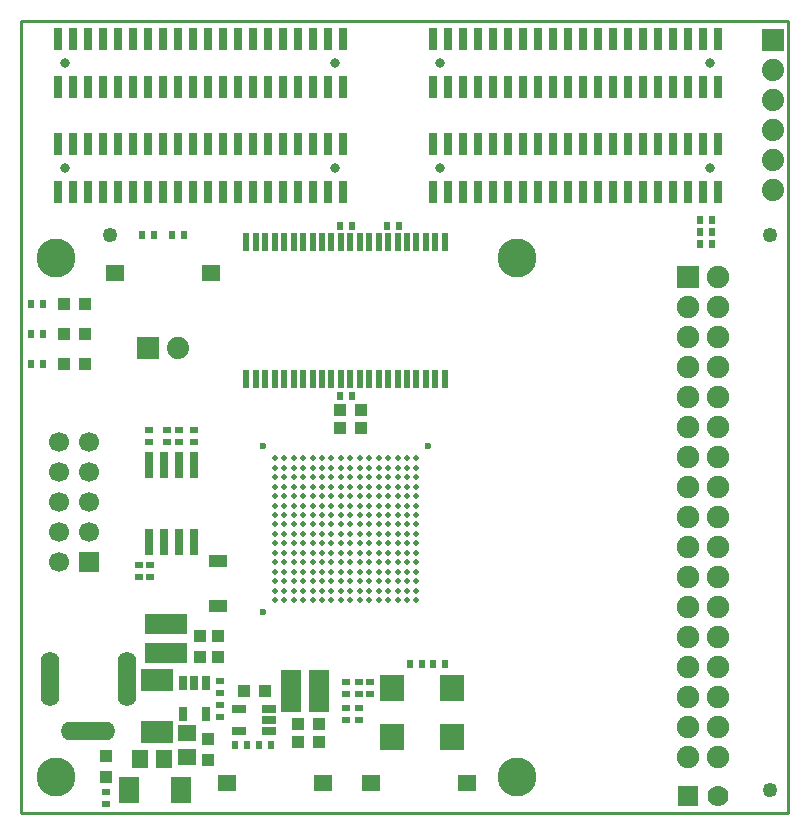
<source format=gbr>
G04 #@! TF.FileFunction,Soldermask,Top*
%FSLAX46Y46*%
G04 Gerber Fmt 4.6, Leading zero omitted, Abs format (unit mm)*
G04 Created by KiCad (PCBNEW 201610010949+7276~55~ubuntu14.04.1-) date Wed Oct  5 10:29:21 2016*
%MOMM*%
%LPD*%
G01*
G04 APERTURE LIST*
%ADD10C,0.100000*%
%ADD11C,0.254000*%
%ADD12R,1.778000X1.778000*%
%ADD13R,1.701600X3.601600*%
%ADD14R,3.601600X1.701600*%
%ADD15R,1.625600X1.371600*%
%ADD16C,0.801600*%
%ADD17R,0.801600X1.901600*%
%ADD18R,1.778000X2.286000*%
%ADD19R,0.501600X1.601600*%
%ADD20R,0.651600X0.601600*%
%ADD21R,1.030000X1.060000*%
%ADD22R,0.701600X2.301600*%
%ADD23R,1.501600X1.101600*%
%ADD24C,1.700000*%
%ADD25R,1.700000X1.700000*%
%ADD26R,0.601600X0.651600*%
%ADD27C,1.901600*%
%ADD28R,1.851600X1.851600*%
%ADD29R,1.117600X1.117600*%
%ADD30R,1.371600X1.625600*%
%ADD31R,2.101600X2.301600*%
%ADD32R,2.801600X1.901600*%
%ADD33R,1.060000X1.030000*%
%ADD34R,0.651600X1.301600*%
%ADD35R,1.301600X0.651600*%
%ADD36C,3.300000*%
%ADD37C,1.254000*%
%ADD38O,4.601600X1.601600*%
%ADD39O,1.601600X4.601600*%
%ADD40C,1.879600*%
%ADD41R,1.879600X1.879600*%
%ADD42C,1.778000*%
%ADD43C,0.500000*%
%ADD44C,0.600000*%
G04 APERTURE END LIST*
D10*
D11*
X115000000Y-120000000D02*
X115000000Y-53000000D01*
X180000000Y-120000000D02*
X115000000Y-120000000D01*
X180000000Y-53000000D02*
X180000000Y-120000000D01*
X115000000Y-53000000D02*
X180000000Y-53000000D01*
D12*
X171450000Y-118618000D03*
D13*
X137865000Y-109728000D03*
X140265000Y-109728000D03*
D14*
X127282000Y-104060000D03*
X127282000Y-106460000D03*
D15*
X131064000Y-74295000D03*
X122936000Y-74295000D03*
D16*
X150495000Y-65405000D03*
D17*
X161290000Y-63373000D03*
X161290000Y-67437000D03*
X160020000Y-63373000D03*
X160020000Y-67437000D03*
X158750000Y-63373000D03*
X158750000Y-67437000D03*
X157480000Y-63373000D03*
X157480000Y-67437000D03*
X156210000Y-63373000D03*
X156210000Y-67437000D03*
X154940000Y-63373000D03*
X154940000Y-67437000D03*
X153670000Y-63373000D03*
X153670000Y-67437000D03*
X152400000Y-63373000D03*
X152400000Y-67437000D03*
X151130000Y-63373000D03*
X151130000Y-67437000D03*
X149860000Y-63373000D03*
X149860000Y-67437000D03*
X162560000Y-67437000D03*
X162560000Y-63373000D03*
X163830000Y-67437000D03*
X163830000Y-63373000D03*
X165100000Y-67437000D03*
X165100000Y-63373000D03*
X166370000Y-67437000D03*
X166370000Y-63373000D03*
X167640000Y-67437000D03*
X167640000Y-63373000D03*
X168910000Y-67437000D03*
X168910000Y-63373000D03*
X170180000Y-67437000D03*
X170180000Y-63373000D03*
X171450000Y-67437000D03*
X171450000Y-63373000D03*
X172720000Y-67437000D03*
X172720000Y-63373000D03*
X173990000Y-67437000D03*
X173990000Y-63373000D03*
D16*
X173355000Y-65405000D03*
X118745000Y-65405000D03*
D17*
X129540000Y-63373000D03*
X129540000Y-67437000D03*
X128270000Y-63373000D03*
X128270000Y-67437000D03*
X127000000Y-63373000D03*
X127000000Y-67437000D03*
X125730000Y-63373000D03*
X125730000Y-67437000D03*
X124460000Y-63373000D03*
X124460000Y-67437000D03*
X123190000Y-63373000D03*
X123190000Y-67437000D03*
X121920000Y-63373000D03*
X121920000Y-67437000D03*
X120650000Y-63373000D03*
X120650000Y-67437000D03*
X119380000Y-63373000D03*
X119380000Y-67437000D03*
X118110000Y-63373000D03*
X118110000Y-67437000D03*
X130810000Y-67437000D03*
X130810000Y-63373000D03*
X132080000Y-67437000D03*
X132080000Y-63373000D03*
X133350000Y-67437000D03*
X133350000Y-63373000D03*
X134620000Y-67437000D03*
X134620000Y-63373000D03*
X135890000Y-67437000D03*
X135890000Y-63373000D03*
X137160000Y-67437000D03*
X137160000Y-63373000D03*
X138430000Y-67437000D03*
X138430000Y-63373000D03*
X139700000Y-67437000D03*
X139700000Y-63373000D03*
X140970000Y-67437000D03*
X140970000Y-63373000D03*
X142240000Y-67437000D03*
X142240000Y-63373000D03*
D16*
X141605000Y-65405000D03*
X150495000Y-56515000D03*
D17*
X161290000Y-54483000D03*
X161290000Y-58547000D03*
X160020000Y-54483000D03*
X160020000Y-58547000D03*
X158750000Y-54483000D03*
X158750000Y-58547000D03*
X157480000Y-54483000D03*
X157480000Y-58547000D03*
X156210000Y-54483000D03*
X156210000Y-58547000D03*
X154940000Y-54483000D03*
X154940000Y-58547000D03*
X153670000Y-54483000D03*
X153670000Y-58547000D03*
X152400000Y-54483000D03*
X152400000Y-58547000D03*
X151130000Y-54483000D03*
X151130000Y-58547000D03*
X149860000Y-54483000D03*
X149860000Y-58547000D03*
X162560000Y-58547000D03*
X162560000Y-54483000D03*
X163830000Y-58547000D03*
X163830000Y-54483000D03*
X165100000Y-58547000D03*
X165100000Y-54483000D03*
X166370000Y-58547000D03*
X166370000Y-54483000D03*
X167640000Y-58547000D03*
X167640000Y-54483000D03*
X168910000Y-58547000D03*
X168910000Y-54483000D03*
X170180000Y-58547000D03*
X170180000Y-54483000D03*
X171450000Y-58547000D03*
X171450000Y-54483000D03*
X172720000Y-58547000D03*
X172720000Y-54483000D03*
X173990000Y-58547000D03*
X173990000Y-54483000D03*
D16*
X173355000Y-56515000D03*
X118745000Y-56515000D03*
D17*
X129540000Y-54483000D03*
X129540000Y-58547000D03*
X128270000Y-54483000D03*
X128270000Y-58547000D03*
X127000000Y-54483000D03*
X127000000Y-58547000D03*
X125730000Y-54483000D03*
X125730000Y-58547000D03*
X124460000Y-54483000D03*
X124460000Y-58547000D03*
X123190000Y-54483000D03*
X123190000Y-58547000D03*
X121920000Y-54483000D03*
X121920000Y-58547000D03*
X120650000Y-54483000D03*
X120650000Y-58547000D03*
X119380000Y-54483000D03*
X119380000Y-58547000D03*
X118110000Y-54483000D03*
X118110000Y-58547000D03*
X130810000Y-58547000D03*
X130810000Y-54483000D03*
X132080000Y-58547000D03*
X132080000Y-54483000D03*
X133350000Y-58547000D03*
X133350000Y-54483000D03*
X134620000Y-58547000D03*
X134620000Y-54483000D03*
X135890000Y-58547000D03*
X135890000Y-54483000D03*
X137160000Y-58547000D03*
X137160000Y-54483000D03*
X138430000Y-58547000D03*
X138430000Y-54483000D03*
X139700000Y-58547000D03*
X139700000Y-54483000D03*
X140970000Y-58547000D03*
X140970000Y-54483000D03*
X142240000Y-58547000D03*
X142240000Y-54483000D03*
D16*
X141605000Y-56515000D03*
D18*
X124188000Y-118110000D03*
X128542000Y-118110000D03*
D19*
X150900000Y-83300000D03*
X150100000Y-83300000D03*
X149300000Y-83300000D03*
X148500000Y-83300000D03*
X147700000Y-83300000D03*
X146900000Y-83300000D03*
X146100000Y-83300000D03*
X145300000Y-83300000D03*
X144500000Y-83300000D03*
X143700000Y-83300000D03*
X142900000Y-83300000D03*
X142100000Y-83300000D03*
X141300000Y-83300000D03*
X140500000Y-83300000D03*
X139700000Y-83300000D03*
X138900000Y-83300000D03*
X138100000Y-83300000D03*
X137300000Y-83300000D03*
X136500000Y-83300000D03*
X135700000Y-83300000D03*
X134900000Y-83300000D03*
X134100000Y-83300000D03*
X134100000Y-71700000D03*
X134900000Y-71700000D03*
X135700000Y-71700000D03*
X136500000Y-71700000D03*
X137300000Y-71700000D03*
X138100000Y-71700000D03*
X138900000Y-71700000D03*
X139700000Y-71700000D03*
X140500000Y-71700000D03*
X141300000Y-71700000D03*
X142100000Y-71700000D03*
X142900000Y-71700000D03*
X143700000Y-71700000D03*
X144500000Y-71700000D03*
X145300000Y-71700000D03*
X146100000Y-71700000D03*
X146900000Y-71700000D03*
X147700000Y-71700000D03*
X148500000Y-71700000D03*
X149300000Y-71700000D03*
X150100000Y-71700000D03*
X150900000Y-71700000D03*
D20*
X142494000Y-111125000D03*
X142494000Y-112141000D03*
D21*
X118646000Y-76939000D03*
X120424000Y-76939000D03*
D20*
X129667000Y-88646000D03*
X129667000Y-87630000D03*
D22*
X125885000Y-90595000D03*
X127155000Y-90595000D03*
X128425000Y-90595000D03*
X129695000Y-90595000D03*
X129695000Y-97065000D03*
X128425000Y-97065000D03*
X127155000Y-97065000D03*
X125885000Y-97065000D03*
D23*
X131699000Y-102484000D03*
X131699000Y-98684000D03*
D24*
X118237000Y-88646000D03*
X120777000Y-88646000D03*
X118237000Y-91186000D03*
X120777000Y-91186000D03*
X118237000Y-93726000D03*
X120777000Y-93726000D03*
X118237000Y-96266000D03*
X120777000Y-96266000D03*
X118237000Y-98806000D03*
D25*
X120777000Y-98806000D03*
D26*
X141992000Y-84700000D03*
X143008000Y-84700000D03*
D27*
X171450000Y-100076000D03*
X171450000Y-102616000D03*
X173990000Y-102616000D03*
X173990000Y-100076000D03*
X171450000Y-107696000D03*
X173990000Y-110236000D03*
X173990000Y-107696000D03*
X171450000Y-110236000D03*
X171450000Y-115316000D03*
X173990000Y-112776000D03*
X171450000Y-112776000D03*
X173990000Y-115316000D03*
X171450000Y-105156000D03*
X173990000Y-105156000D03*
X171450000Y-97536000D03*
X173990000Y-97536000D03*
X171450000Y-94996000D03*
X173990000Y-94996000D03*
X171450000Y-92456000D03*
X173990000Y-92456000D03*
X171450000Y-89916000D03*
X173990000Y-89916000D03*
X171450000Y-87376000D03*
X173990000Y-87376000D03*
X173990000Y-84836000D03*
X171450000Y-84836000D03*
X173990000Y-82296000D03*
X171450000Y-82296000D03*
X173990000Y-79756000D03*
X171450000Y-79756000D03*
X173990000Y-77216000D03*
X171450000Y-77216000D03*
X173990000Y-74676000D03*
D28*
X171450000Y-74676000D03*
D29*
X130810000Y-113792000D03*
X130810000Y-115570000D03*
X133858000Y-109728000D03*
X135636000Y-109728000D03*
D20*
X125885000Y-88623000D03*
X125885000Y-87607000D03*
X144526000Y-108966000D03*
X144526000Y-109982000D03*
D15*
X129060000Y-113261000D03*
X129060000Y-115293000D03*
D30*
X125123000Y-115420000D03*
X127155000Y-115420000D03*
D29*
X130203000Y-105006000D03*
X130203000Y-106784000D03*
X140208000Y-112522000D03*
X138430000Y-112522000D03*
X131727000Y-105006000D03*
X131727000Y-106784000D03*
X140208000Y-114046000D03*
X138430000Y-114046000D03*
D20*
X143637000Y-111125000D03*
X143637000Y-112141000D03*
D26*
X143008000Y-70300000D03*
X141992000Y-70300000D03*
D21*
X118646000Y-82019000D03*
X120424000Y-82019000D03*
D31*
X146471000Y-109406000D03*
X151471000Y-109406000D03*
X151471000Y-113606000D03*
X146471000Y-113606000D03*
D32*
X126520000Y-113175000D03*
X126520000Y-108775000D03*
D21*
X118646000Y-79479000D03*
X120424000Y-79479000D03*
D33*
X122174000Y-115189000D03*
X122174000Y-116967000D03*
D26*
X126238000Y-71120000D03*
X125222000Y-71120000D03*
X127762000Y-71120000D03*
X128778000Y-71120000D03*
X115852000Y-82019000D03*
X116868000Y-82019000D03*
D20*
X125900000Y-100008000D03*
X125900000Y-98992000D03*
X131854000Y-108816000D03*
X131854000Y-109832000D03*
X131854000Y-111864000D03*
X131854000Y-110848000D03*
D26*
X136144000Y-114300000D03*
X135128000Y-114300000D03*
X133096000Y-114300000D03*
X134112000Y-114300000D03*
D20*
X125000000Y-98992000D03*
X125000000Y-100008000D03*
D26*
X148971000Y-107442000D03*
X147955000Y-107442000D03*
D20*
X127381000Y-88646000D03*
X127381000Y-87630000D03*
X122174000Y-118237000D03*
X122174000Y-119253000D03*
D26*
X115852000Y-79479000D03*
X116868000Y-79479000D03*
X115852000Y-76939000D03*
X116868000Y-76939000D03*
D20*
X142494000Y-108966000D03*
X142494000Y-109982000D03*
X143637000Y-108966000D03*
X143637000Y-109982000D03*
D26*
X147008000Y-70300000D03*
X145992000Y-70300000D03*
X149860000Y-107442000D03*
X150876000Y-107442000D03*
D34*
X130645000Y-109040000D03*
X129695000Y-109040000D03*
X128745000Y-109040000D03*
X130645000Y-111640000D03*
X128745000Y-111640000D03*
D35*
X136047000Y-113091000D03*
X136047000Y-112141000D03*
X136047000Y-111191000D03*
X133447000Y-113091000D03*
X133447000Y-111191000D03*
D36*
X118000000Y-117000000D03*
X118000000Y-73000000D03*
X157000000Y-73000000D03*
X157000000Y-117000000D03*
D37*
X122555000Y-71120000D03*
X178435000Y-71120000D03*
X178435000Y-118110000D03*
D15*
X132461000Y-117475000D03*
X140589000Y-117475000D03*
X152781000Y-117475000D03*
X144653000Y-117475000D03*
D38*
X120652000Y-113111000D03*
D39*
X117452000Y-108661000D03*
X123952000Y-108661000D03*
D29*
X142011000Y-87400000D03*
X143789000Y-87400000D03*
D40*
X178689000Y-62230000D03*
X178689000Y-59690000D03*
X178689000Y-57150000D03*
D41*
X178689000Y-54610000D03*
D40*
X178689000Y-64770000D03*
X178689000Y-67310000D03*
X128270000Y-80645000D03*
D41*
X125730000Y-80645000D03*
D20*
X128397000Y-87630000D03*
X128397000Y-88646000D03*
D29*
X142011000Y-85900000D03*
X143789000Y-85900000D03*
D26*
X173482000Y-69850000D03*
X172466000Y-69850000D03*
X173482000Y-70866000D03*
X172466000Y-70866000D03*
X173482000Y-71882000D03*
X172466000Y-71882000D03*
D42*
X173990000Y-118618000D03*
D43*
X148500000Y-102000000D03*
X147700000Y-102000000D03*
X146900000Y-102000000D03*
X146100000Y-102000000D03*
X145300000Y-102000000D03*
X144500000Y-102000000D03*
X143700000Y-102000000D03*
X142900000Y-102000000D03*
X142100000Y-102000000D03*
X141300000Y-102000000D03*
X140500000Y-102000000D03*
X139700000Y-102000000D03*
X138900000Y-102000000D03*
X138100000Y-102000000D03*
X137300000Y-102000000D03*
X136500000Y-102000000D03*
X136500000Y-101200000D03*
X137300000Y-101200000D03*
X138100000Y-101200000D03*
X138900000Y-101200000D03*
X139700000Y-101200000D03*
X140500000Y-101200000D03*
X141300000Y-101200000D03*
X142100000Y-101200000D03*
X142900000Y-101200000D03*
X143700000Y-101200000D03*
X144500000Y-101200000D03*
X145300000Y-101200000D03*
X146100000Y-101200000D03*
X146900000Y-101200000D03*
X147700000Y-101200000D03*
X148500000Y-101200000D03*
X148500000Y-100400000D03*
X147700000Y-100400000D03*
X146900000Y-100400000D03*
X146100000Y-100400000D03*
X145300000Y-100400000D03*
X144500000Y-100400000D03*
X143700000Y-100400000D03*
X142900000Y-100400000D03*
X142100000Y-100400000D03*
X141300000Y-100400000D03*
X140500000Y-100400000D03*
X139700000Y-100400000D03*
X138900000Y-100400000D03*
X138100000Y-100400000D03*
X137300000Y-100400000D03*
X136500000Y-100400000D03*
X136500000Y-99600000D03*
X137300000Y-99600000D03*
X138100000Y-99600000D03*
X138900000Y-99600000D03*
X139700000Y-99600000D03*
X140500000Y-99600000D03*
X141300000Y-99600000D03*
X142100000Y-99600000D03*
X142900000Y-99600000D03*
X143700000Y-99600000D03*
X144500000Y-99600000D03*
X145300000Y-99600000D03*
X146100000Y-99600000D03*
X146900000Y-99600000D03*
X147700000Y-99600000D03*
X148500000Y-99600000D03*
X136500000Y-98800000D03*
X137300000Y-98800000D03*
X138100000Y-98800000D03*
X138900000Y-98800000D03*
X139700000Y-98800000D03*
X140500000Y-98800000D03*
X141300000Y-98800000D03*
X142100000Y-98800000D03*
X142900000Y-98800000D03*
X143700000Y-98800000D03*
X144500000Y-98800000D03*
X145300000Y-98800000D03*
X146100000Y-98800000D03*
X146900000Y-98800000D03*
X147700000Y-98800000D03*
X148500000Y-98800000D03*
X148500000Y-98000000D03*
X147700000Y-98000000D03*
X146900000Y-98000000D03*
X146100000Y-98000000D03*
X145300000Y-98000000D03*
X144500000Y-98000000D03*
X143700000Y-98000000D03*
X142900000Y-98000000D03*
X142100000Y-98000000D03*
X141300000Y-98000000D03*
X140500000Y-98000000D03*
X139700000Y-98000000D03*
X138900000Y-98000000D03*
X138100000Y-98000000D03*
X137300000Y-98000000D03*
X136500000Y-98000000D03*
X148500000Y-97200000D03*
X147700000Y-97200000D03*
X146900000Y-97200000D03*
X146100000Y-97200000D03*
X145300000Y-97200000D03*
X144500000Y-97200000D03*
X143700000Y-97200000D03*
X142900000Y-97200000D03*
X142100000Y-97200000D03*
X141300000Y-97200000D03*
X140500000Y-97200000D03*
X139700000Y-97200000D03*
X138900000Y-97200000D03*
X138100000Y-97200000D03*
X137300000Y-97200000D03*
X136500000Y-97200000D03*
X136500000Y-96400000D03*
X137300000Y-96400000D03*
X138100000Y-96400000D03*
X138900000Y-96400000D03*
X139700000Y-96400000D03*
X140500000Y-96400000D03*
X141300000Y-96400000D03*
X142100000Y-96400000D03*
X142900000Y-96400000D03*
X143700000Y-96400000D03*
X144500000Y-96400000D03*
X145300000Y-96400000D03*
X146100000Y-96400000D03*
X146900000Y-96400000D03*
X147700000Y-96400000D03*
X148500000Y-96400000D03*
X148500000Y-95600000D03*
X147700000Y-95600000D03*
X146900000Y-95600000D03*
X146100000Y-95600000D03*
X145300000Y-95600000D03*
X144500000Y-95600000D03*
X143700000Y-95600000D03*
X142900000Y-95600000D03*
X142100000Y-95600000D03*
X141300000Y-95600000D03*
X140500000Y-95600000D03*
X139700000Y-95600000D03*
X138900000Y-95600000D03*
X138100000Y-95600000D03*
X137300000Y-95600000D03*
X136500000Y-95600000D03*
X136500000Y-94800000D03*
X137300000Y-94800000D03*
X138100000Y-94800000D03*
X138900000Y-94800000D03*
X139700000Y-94800000D03*
X140500000Y-94800000D03*
X141300000Y-94800000D03*
X142100000Y-94800000D03*
X142900000Y-94800000D03*
X143700000Y-94800000D03*
X144500000Y-94800000D03*
X145300000Y-94800000D03*
X146100000Y-94800000D03*
X146900000Y-94800000D03*
X147700000Y-94800000D03*
X148500000Y-94800000D03*
X148500000Y-94000000D03*
X147700000Y-94000000D03*
X146900000Y-94000000D03*
X146100000Y-94000000D03*
X145300000Y-94000000D03*
X144500000Y-94000000D03*
X143700000Y-94000000D03*
X142900000Y-94000000D03*
X142100000Y-94000000D03*
X141300000Y-94000000D03*
X140500000Y-94000000D03*
X139700000Y-94000000D03*
X138900000Y-94000000D03*
X138100000Y-94000000D03*
X137300000Y-94000000D03*
X136500000Y-94000000D03*
X136500000Y-93200000D03*
X137300000Y-93200000D03*
X138100000Y-93200000D03*
X138900000Y-93200000D03*
X139700000Y-93200000D03*
X140500000Y-93200000D03*
X141300000Y-93200000D03*
X142100000Y-93200000D03*
X142900000Y-93200000D03*
X143700000Y-93200000D03*
X144500000Y-93200000D03*
X145300000Y-93200000D03*
X146100000Y-93200000D03*
X146900000Y-93200000D03*
X147700000Y-93200000D03*
X148500000Y-93200000D03*
X148500000Y-92400000D03*
X147700000Y-92400000D03*
X146900000Y-92400000D03*
X146100000Y-92400000D03*
X145300000Y-92400000D03*
X144500000Y-92400000D03*
X143700000Y-92400000D03*
X142900000Y-92400000D03*
X142100000Y-92400000D03*
X141300000Y-92400000D03*
X140500000Y-92400000D03*
X139700000Y-92400000D03*
X138900000Y-92400000D03*
X138100000Y-92400000D03*
X137300000Y-92400000D03*
X136500000Y-92400000D03*
X136500000Y-91600000D03*
X137300000Y-91600000D03*
X138100000Y-91600000D03*
X138900000Y-91600000D03*
X139700000Y-91600000D03*
X140500000Y-91600000D03*
X141300000Y-91600000D03*
X142100000Y-91600000D03*
X142900000Y-91600000D03*
X143700000Y-91600000D03*
X144500000Y-91600000D03*
X145300000Y-91600000D03*
X146100000Y-91600000D03*
X146900000Y-91600000D03*
X147700000Y-91600000D03*
X148500000Y-91600000D03*
X148500000Y-90800000D03*
X147700000Y-90800000D03*
X146900000Y-90800000D03*
X146100000Y-90800000D03*
X145300000Y-90800000D03*
X144500000Y-90800000D03*
X143700000Y-90800000D03*
X142900000Y-90800000D03*
X142100000Y-90800000D03*
X141300000Y-90800000D03*
X140500000Y-90800000D03*
X139700000Y-90800000D03*
X138900000Y-90800000D03*
X138100000Y-90800000D03*
X137300000Y-90800000D03*
X136500000Y-90800000D03*
X136500000Y-90000000D03*
X137300000Y-90000000D03*
X138100000Y-90000000D03*
X138900000Y-90000000D03*
X139700000Y-90000000D03*
X140500000Y-90000000D03*
X141300000Y-90000000D03*
X142100000Y-90000000D03*
X142900000Y-90000000D03*
X143700000Y-90000000D03*
X144500000Y-90000000D03*
X145300000Y-90000000D03*
X146100000Y-90000000D03*
X146900000Y-90000000D03*
X147700000Y-90000000D03*
X148500000Y-90000000D03*
D44*
X149500000Y-89000000D03*
X135500000Y-89000000D03*
X135500000Y-103000000D03*
M02*

</source>
